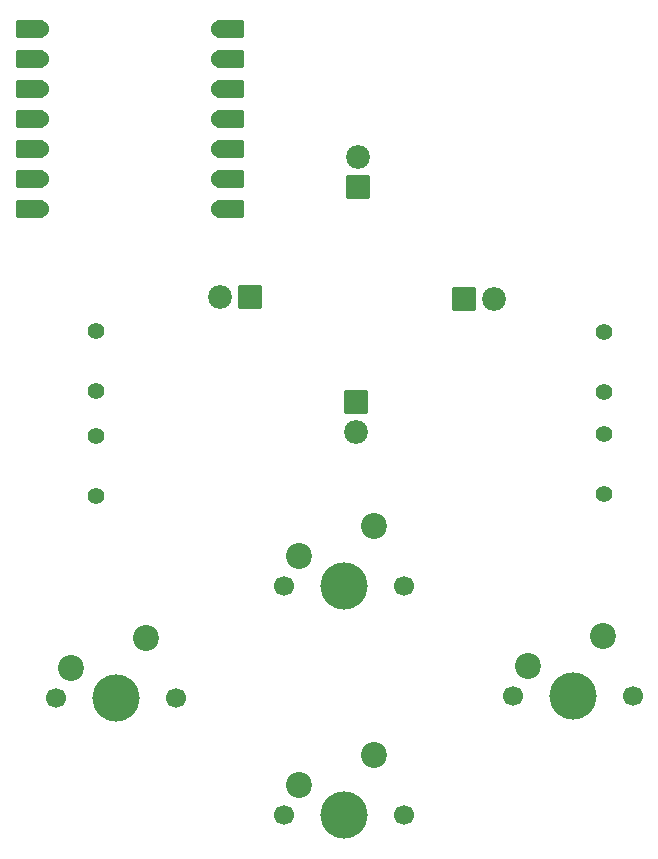
<source format=gbr>
%TF.GenerationSoftware,KiCad,Pcbnew,9.0.3*%
%TF.CreationDate,2025-08-02T05:31:17+05:30*%
%TF.ProjectId,coolbuildpathfinder,636f6f6c-6275-4696-9c64-706174686669,rev?*%
%TF.SameCoordinates,Original*%
%TF.FileFunction,Soldermask,Top*%
%TF.FilePolarity,Negative*%
%FSLAX46Y46*%
G04 Gerber Fmt 4.6, Leading zero omitted, Abs format (unit mm)*
G04 Created by KiCad (PCBNEW 9.0.3) date 2025-08-02 05:31:17*
%MOMM*%
%LPD*%
G01*
G04 APERTURE LIST*
G04 Aperture macros list*
%AMRoundRect*
0 Rectangle with rounded corners*
0 $1 Rounding radius*
0 $2 $3 $4 $5 $6 $7 $8 $9 X,Y pos of 4 corners*
0 Add a 4 corners polygon primitive as box body*
4,1,4,$2,$3,$4,$5,$6,$7,$8,$9,$2,$3,0*
0 Add four circle primitives for the rounded corners*
1,1,$1+$1,$2,$3*
1,1,$1+$1,$4,$5*
1,1,$1+$1,$6,$7*
1,1,$1+$1,$8,$9*
0 Add four rect primitives between the rounded corners*
20,1,$1+$1,$2,$3,$4,$5,0*
20,1,$1+$1,$4,$5,$6,$7,0*
20,1,$1+$1,$6,$7,$8,$9,0*
20,1,$1+$1,$8,$9,$2,$3,0*%
G04 Aperture macros list end*
%ADD10C,1.400000*%
%ADD11C,1.700000*%
%ADD12C,4.000000*%
%ADD13C,2.200000*%
%ADD14C,2.019000*%
%ADD15RoundRect,0.102000X-0.907500X-0.907500X0.907500X-0.907500X0.907500X0.907500X-0.907500X0.907500X0*%
%ADD16RoundRect,0.102000X0.907500X0.907500X-0.907500X0.907500X-0.907500X-0.907500X0.907500X-0.907500X0*%
%ADD17RoundRect,0.152400X1.063600X0.609600X-1.063600X0.609600X-1.063600X-0.609600X1.063600X-0.609600X0*%
%ADD18C,1.524000*%
%ADD19RoundRect,0.152400X-1.063600X-0.609600X1.063600X-0.609600X1.063600X0.609600X-1.063600X0.609600X0*%
%ADD20RoundRect,0.102000X0.907500X-0.907500X0.907500X0.907500X-0.907500X0.907500X-0.907500X-0.907500X0*%
%ADD21RoundRect,0.102000X-0.907500X0.907500X-0.907500X-0.907500X0.907500X-0.907500X0.907500X0.907500X0*%
G04 APERTURE END LIST*
D10*
%TO.C,R2*%
X128400468Y-88724216D03*
X128400468Y-83644216D03*
%TD*%
D11*
%TO.C,SW4*%
X125020000Y-114700000D03*
D12*
X130100000Y-114700000D03*
D11*
X135180000Y-114700000D03*
D13*
X132640000Y-109620000D03*
X126290000Y-112160000D03*
%TD*%
D11*
%TO.C,SW1*%
X144315000Y-105255000D03*
D12*
X149395000Y-105255000D03*
D11*
X154475000Y-105255000D03*
D13*
X151935000Y-100175000D03*
X145585000Y-102715000D03*
%TD*%
D11*
%TO.C,SW2*%
X163720000Y-114500000D03*
D12*
X168800000Y-114500000D03*
D11*
X173880000Y-114500000D03*
D13*
X171340000Y-109420000D03*
X164990000Y-111960000D03*
%TD*%
D14*
%TO.C,D3*%
X162100000Y-80931500D03*
D15*
X159560000Y-80931500D03*
%TD*%
D14*
%TO.C,D1*%
X138900000Y-80731500D03*
D16*
X141440000Y-80731500D03*
%TD*%
D10*
%TO.C,R1*%
X128400468Y-97584216D03*
X128400468Y-92504216D03*
%TD*%
D11*
%TO.C,SW3*%
X144340000Y-124600000D03*
D12*
X149420000Y-124600000D03*
D11*
X154500000Y-124600000D03*
D13*
X151960000Y-119520000D03*
X145610000Y-122060000D03*
%TD*%
D17*
%TO.C,U1*%
X122845000Y-58048500D03*
D18*
X123680000Y-58048500D03*
D17*
X122845000Y-60588500D03*
D18*
X123680000Y-60588500D03*
D17*
X122845000Y-63128500D03*
D18*
X123680000Y-63128500D03*
D17*
X122845000Y-65668500D03*
D18*
X123680000Y-65668500D03*
D17*
X122845000Y-68208500D03*
D18*
X123680000Y-68208500D03*
D17*
X122845000Y-70748500D03*
D18*
X123680000Y-70748500D03*
D17*
X122845000Y-73288500D03*
D18*
X123680000Y-73288500D03*
X138920000Y-73288500D03*
D19*
X139755000Y-73288500D03*
D18*
X138920000Y-70748500D03*
D19*
X139755000Y-70748500D03*
D18*
X138920000Y-68208500D03*
D19*
X139755000Y-68208500D03*
D18*
X138920000Y-65668500D03*
D19*
X139755000Y-65668500D03*
D18*
X138920000Y-63128500D03*
D19*
X139755000Y-63128500D03*
D18*
X138920000Y-60588500D03*
D19*
X139755000Y-60588500D03*
D18*
X138920000Y-58048500D03*
D19*
X139755000Y-58048500D03*
%TD*%
D10*
%TO.C,R4*%
X171399532Y-92375784D03*
X171399532Y-97455784D03*
%TD*%
D14*
%TO.C,D2*%
X150600000Y-68861500D03*
D20*
X150600000Y-71401500D03*
%TD*%
D14*
%TO.C,D4*%
X150400000Y-92171500D03*
D21*
X150400000Y-89631500D03*
%TD*%
D10*
%TO.C,R3*%
X171399532Y-83675784D03*
X171399532Y-88755784D03*
%TD*%
M02*

</source>
